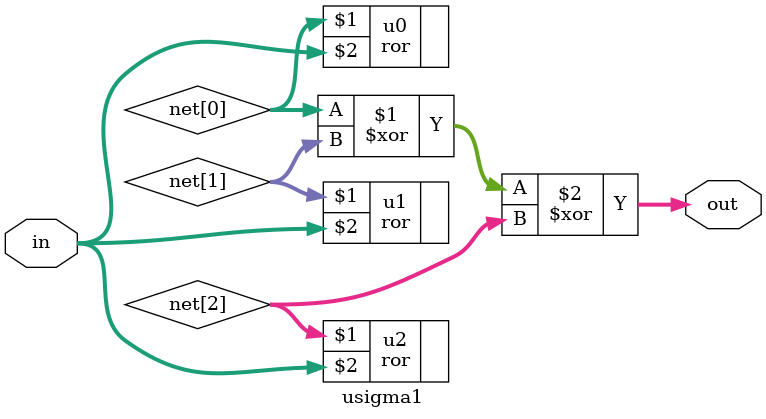
<source format=v>
/*!
* @file usigma1.v
* @brief Uppercase Sigma 1 Module
* @author LDFranck
* @date February 2023
* @version v1
*
* @details
*  Uppercase Sigma 1 module implementation in Verilog.
*  The module returns the result of 'SIGMA1' function applied 
*  to the input signal 'in'.
*/

module usigma1(out, in);

	input  [31:0] in;
	output [31:0] out;

	wire [31:0] net [2:0];	//!< 3x 32-bits words

	ror #(6)  u0(net[0], in);
	ror #(11) u1(net[1], in);
	ror #(25) u2(net[2], in);

	assign out = net[0] ^ net[1] ^ net[2];

endmodule

</source>
